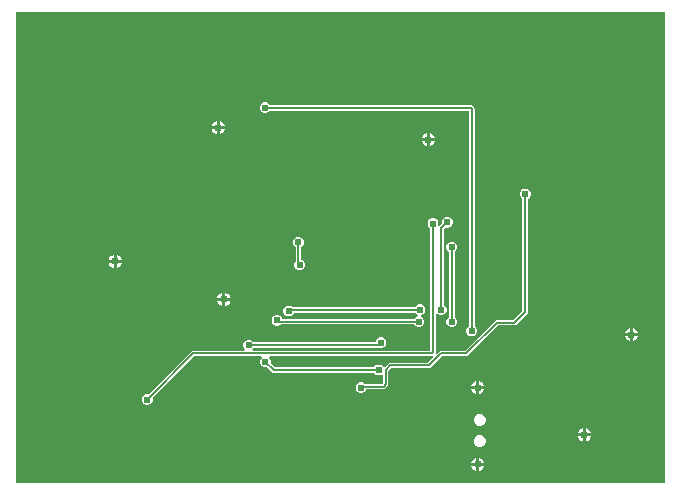
<source format=gbl>
G04*
G04 #@! TF.GenerationSoftware,Altium Limited,Altium Designer,22.9.1 (49)*
G04*
G04 Layer_Physical_Order=2*
G04 Layer_Color=16711680*
%FSLAX44Y44*%
%MOMM*%
G71*
G04*
G04 #@! TF.SameCoordinates,EB67C6D0-91D5-4CF3-8B5F-14A5E2A69FE3*
G04*
G04*
G04 #@! TF.FilePolarity,Positive*
G04*
G01*
G75*
%ADD38C,0.1524*%
%ADD39C,0.6096*%
G36*
X808356Y259144D02*
X259144D01*
Y658356D01*
X808356D01*
Y259144D01*
D02*
G37*
%LPC*%
G36*
X431270Y565522D02*
Y561270D01*
X435522D01*
X434737Y563165D01*
X433165Y564737D01*
X431270Y565522D01*
D02*
G37*
G36*
X428730D02*
X426835Y564737D01*
X425263Y563165D01*
X424478Y561270D01*
X428730D01*
Y565522D01*
D02*
G37*
G36*
X435522Y558730D02*
X431270D01*
Y554478D01*
X433165Y555263D01*
X434737Y556835D01*
X435522Y558730D01*
D02*
G37*
G36*
X428730D02*
X424478D01*
X425263Y556835D01*
X426835Y555263D01*
X428730Y554478D01*
Y558730D01*
D02*
G37*
G36*
X609170Y555522D02*
Y551270D01*
X613422D01*
X612637Y553165D01*
X611065Y554737D01*
X609170Y555522D01*
D02*
G37*
G36*
X606630D02*
X604735Y554737D01*
X603163Y553165D01*
X602378Y551270D01*
X606630D01*
Y555522D01*
D02*
G37*
G36*
X613422Y548730D02*
X609170D01*
Y544478D01*
X611065Y545263D01*
X612637Y546835D01*
X613422Y548730D01*
D02*
G37*
G36*
X606630D02*
X602378D01*
X603163Y546835D01*
X604735Y545263D01*
X606630Y544478D01*
Y548730D01*
D02*
G37*
G36*
X690909Y508572D02*
X689091D01*
X687410Y507876D01*
X686124Y506590D01*
X685428Y504909D01*
Y503091D01*
X686124Y501410D01*
X687410Y500124D01*
X687669Y500017D01*
Y404965D01*
X680035Y397331D01*
X665893D01*
X665001Y397153D01*
X664245Y396648D01*
X638927Y371331D01*
X619000D01*
X618108Y371153D01*
X617352Y370648D01*
X615282Y368579D01*
X614214Y369306D01*
X614331Y369893D01*
Y402407D01*
X615601Y402934D01*
X616410Y402124D01*
X618091Y401428D01*
X619909D01*
X621590Y402124D01*
X622876Y403410D01*
X623572Y405091D01*
Y406909D01*
X622876Y408590D01*
X621590Y409876D01*
X621331Y409983D01*
Y474035D01*
X622831Y475535D01*
X623091Y475428D01*
X624909D01*
X626590Y476124D01*
X627876Y477410D01*
X628572Y479091D01*
Y480909D01*
X627876Y482590D01*
X626590Y483876D01*
X624909Y484572D01*
X623091D01*
X621410Y483876D01*
X620124Y482590D01*
X619428Y480909D01*
Y479091D01*
X619535Y478831D01*
X617352Y476648D01*
X617345Y476637D01*
X616219Y477239D01*
X616572Y478091D01*
Y479909D01*
X615876Y481590D01*
X614590Y482876D01*
X612909Y483572D01*
X611091D01*
X609410Y482876D01*
X608124Y481590D01*
X607428Y479909D01*
Y478091D01*
X608124Y476410D01*
X609410Y475124D01*
X609669Y475017D01*
Y371331D01*
X459593D01*
X459067Y372601D01*
X459876Y373410D01*
X459983Y373669D01*
X566000D01*
X566343Y373737D01*
X567091Y373428D01*
X568909D01*
X570590Y374124D01*
X571876Y375410D01*
X572572Y377091D01*
Y378909D01*
X571876Y380590D01*
X570590Y381876D01*
X568909Y382572D01*
X567091D01*
X565410Y381876D01*
X564124Y380590D01*
X563428Y378909D01*
Y378331D01*
X459983D01*
X459876Y378590D01*
X458590Y379876D01*
X456909Y380572D01*
X455091D01*
X453410Y379876D01*
X452124Y378590D01*
X451428Y376909D01*
Y375091D01*
X452124Y373410D01*
X452934Y372601D01*
X452407Y371331D01*
X409000D01*
X408108Y371153D01*
X407352Y370648D01*
X371169Y334465D01*
X370909Y334572D01*
X369091D01*
X367410Y333876D01*
X366124Y332590D01*
X365428Y330909D01*
Y329091D01*
X366124Y327410D01*
X367410Y326124D01*
X369091Y325428D01*
X370909D01*
X372590Y326124D01*
X373876Y327410D01*
X374572Y329091D01*
Y330909D01*
X374465Y331169D01*
X409965Y366669D01*
X466407D01*
X466933Y365399D01*
X466124Y364590D01*
X465428Y362909D01*
Y361091D01*
X466124Y359410D01*
X467410Y358124D01*
X469091Y357428D01*
X470909D01*
X471169Y357535D01*
X475352Y353352D01*
X476108Y352847D01*
X477000Y352669D01*
X561909D01*
X562017Y352410D01*
X563303Y351124D01*
X564983Y350428D01*
X566802D01*
X568483Y351124D01*
X568496Y351137D01*
X569669Y350651D01*
Y343858D01*
X569142Y343331D01*
X554242D01*
X553590Y343983D01*
X551909Y344679D01*
X550091D01*
X548410Y343983D01*
X547124Y342697D01*
X546428Y341017D01*
Y339198D01*
X547124Y337517D01*
X548410Y336231D01*
X550091Y335535D01*
X551909D01*
X553590Y336231D01*
X554876Y337517D01*
X555353Y338669D01*
X570107D01*
X570999Y338847D01*
X571755Y339352D01*
X573648Y341245D01*
X574153Y342001D01*
X574331Y342893D01*
Y354035D01*
X576965Y356669D01*
X609000D01*
X609892Y356847D01*
X610648Y357352D01*
X619965Y366669D01*
X639893D01*
X640785Y366847D01*
X641541Y367352D01*
X666858Y392669D01*
X681000D01*
X681892Y392847D01*
X682648Y393352D01*
X691648Y402352D01*
X692153Y403108D01*
X692331Y404000D01*
Y500017D01*
X692590Y500124D01*
X693876Y501410D01*
X694572Y503091D01*
Y504909D01*
X693876Y506590D01*
X692590Y507876D01*
X690909Y508572D01*
D02*
G37*
G36*
X344108Y452684D02*
Y448432D01*
X348360D01*
X347575Y450327D01*
X346003Y451899D01*
X344108Y452684D01*
D02*
G37*
G36*
X341568D02*
X339673Y451899D01*
X338101Y450327D01*
X337316Y448432D01*
X341568D01*
Y452684D01*
D02*
G37*
G36*
X348360Y445892D02*
X344108D01*
Y441640D01*
X346003Y442425D01*
X347575Y443997D01*
X348360Y445892D01*
D02*
G37*
G36*
X341568D02*
X337316D01*
X338101Y443997D01*
X339673Y442425D01*
X341568Y441640D01*
Y445892D01*
D02*
G37*
G36*
X498909Y467572D02*
X497091D01*
X495410Y466876D01*
X494124Y465590D01*
X493428Y463909D01*
Y462091D01*
X494124Y460410D01*
X495410Y459124D01*
X495669Y459017D01*
Y447135D01*
X495124Y446590D01*
X494428Y444909D01*
Y443091D01*
X495124Y441410D01*
X496410Y440124D01*
X498091Y439428D01*
X499909D01*
X501590Y440124D01*
X502876Y441410D01*
X503572Y443091D01*
Y444909D01*
X502876Y446590D01*
X501590Y447876D01*
X500331Y448397D01*
Y459017D01*
X500590Y459124D01*
X501876Y460410D01*
X502572Y462091D01*
Y463909D01*
X501876Y465590D01*
X500590Y466876D01*
X498909Y467572D01*
D02*
G37*
G36*
X436270Y420522D02*
Y416270D01*
X440522D01*
X439737Y418165D01*
X438165Y419737D01*
X436270Y420522D01*
D02*
G37*
G36*
X433730D02*
X431835Y419737D01*
X430263Y418165D01*
X429478Y416270D01*
X433730D01*
Y420522D01*
D02*
G37*
G36*
X440522Y413730D02*
X436270D01*
Y409478D01*
X438165Y410263D01*
X439737Y411835D01*
X440522Y413730D01*
D02*
G37*
G36*
X433730D02*
X429478D01*
X430263Y411835D01*
X431835Y410263D01*
X433730Y409478D01*
Y413730D01*
D02*
G37*
G36*
X601909Y410572D02*
X600091D01*
X598410Y409876D01*
X597124Y408590D01*
X597017Y408331D01*
X493135D01*
X492590Y408876D01*
X490909Y409572D01*
X489091D01*
X487410Y408876D01*
X486124Y407590D01*
X485428Y405909D01*
Y404091D01*
X486124Y402410D01*
X487410Y401124D01*
X489091Y400428D01*
X490909D01*
X492590Y401124D01*
X493876Y402410D01*
X494398Y403669D01*
X597017D01*
X597124Y403410D01*
X598410Y402124D01*
X599091Y401842D01*
X599091Y400949D01*
X598965Y400520D01*
X597410Y399876D01*
X596124Y398590D01*
X596017Y398331D01*
X484398D01*
X483876Y399590D01*
X482590Y400876D01*
X480909Y401572D01*
X479091D01*
X477410Y400876D01*
X476124Y399590D01*
X475428Y397909D01*
Y396091D01*
X476124Y394410D01*
X477410Y393124D01*
X479091Y392428D01*
X480909D01*
X482590Y393124D01*
X483135Y393669D01*
X596017D01*
X596124Y393410D01*
X597410Y392124D01*
X599091Y391428D01*
X600909D01*
X602590Y392124D01*
X603876Y393410D01*
X604572Y395091D01*
Y396909D01*
X603876Y398590D01*
X602590Y399876D01*
X601909Y400158D01*
X601909Y401051D01*
X602035Y401480D01*
X603590Y402124D01*
X604876Y403410D01*
X605572Y405091D01*
Y406909D01*
X604876Y408590D01*
X603590Y409876D01*
X601909Y410572D01*
D02*
G37*
G36*
X628909Y463572D02*
X627091D01*
X625410Y462876D01*
X624124Y461590D01*
X623428Y459909D01*
Y458091D01*
X624124Y456410D01*
X625410Y455124D01*
X625669Y455017D01*
Y399983D01*
X625410Y399876D01*
X624124Y398590D01*
X623428Y396909D01*
Y395091D01*
X624124Y393410D01*
X625410Y392124D01*
X627091Y391428D01*
X628909D01*
X630590Y392124D01*
X631876Y393410D01*
X632572Y395091D01*
Y396909D01*
X631876Y398590D01*
X630590Y399876D01*
X630331Y399983D01*
Y455017D01*
X630590Y455124D01*
X631876Y456410D01*
X632572Y458091D01*
Y459909D01*
X631876Y461590D01*
X630590Y462876D01*
X628909Y463572D01*
D02*
G37*
G36*
X781270Y390522D02*
Y386270D01*
X785522D01*
X784737Y388165D01*
X783165Y389737D01*
X781270Y390522D01*
D02*
G37*
G36*
X778730D02*
X776835Y389737D01*
X775263Y388165D01*
X774478Y386270D01*
X778730D01*
Y390522D01*
D02*
G37*
G36*
X470963Y581518D02*
X469144D01*
X467464Y580822D01*
X466178Y579536D01*
X465482Y577856D01*
Y576037D01*
X466178Y574357D01*
X467464Y573070D01*
X469144Y572374D01*
X470963D01*
X472644Y573070D01*
X473930Y574357D01*
X474037Y574616D01*
X642616D01*
Y391983D01*
X642357Y391876D01*
X641070Y390590D01*
X640374Y388909D01*
Y387091D01*
X641070Y385410D01*
X642357Y384124D01*
X644037Y383428D01*
X645856D01*
X647536Y384124D01*
X648822Y385410D01*
X649518Y387091D01*
Y388909D01*
X648822Y390590D01*
X647536Y391876D01*
X647277Y391983D01*
Y576054D01*
X647100Y576946D01*
X646594Y577702D01*
X645702Y578595D01*
X644946Y579100D01*
X644054Y579277D01*
X474037D01*
X473930Y579536D01*
X472644Y580822D01*
X470963Y581518D01*
D02*
G37*
G36*
X785522Y383730D02*
X781270D01*
Y379478D01*
X783165Y380263D01*
X784737Y381835D01*
X785522Y383730D01*
D02*
G37*
G36*
X778730D02*
X774478D01*
X775263Y381835D01*
X776835Y380263D01*
X778730Y379478D01*
Y383730D01*
D02*
G37*
G36*
X651270Y345522D02*
Y341270D01*
X655522D01*
X654737Y343165D01*
X653165Y344737D01*
X651270Y345522D01*
D02*
G37*
G36*
X648730D02*
X646835Y344737D01*
X645263Y343165D01*
X644478Y341270D01*
X648730D01*
Y345522D01*
D02*
G37*
G36*
X655522Y338730D02*
X651270D01*
Y334478D01*
X653165Y335263D01*
X654737Y336835D01*
X655522Y338730D01*
D02*
G37*
G36*
X648730D02*
X644478D01*
X645263Y336835D01*
X646835Y335263D01*
X648730Y334478D01*
Y338730D01*
D02*
G37*
G36*
X652499Y317774D02*
X650501D01*
X648654Y317009D01*
X647241Y315596D01*
X646476Y313749D01*
Y311751D01*
X647241Y309904D01*
X648654Y308491D01*
X650501Y307726D01*
X652499D01*
X654346Y308491D01*
X655759Y309904D01*
X656524Y311751D01*
Y313749D01*
X655759Y315596D01*
X654346Y317009D01*
X652499Y317774D01*
D02*
G37*
G36*
X741270Y305522D02*
Y301270D01*
X745522D01*
X744737Y303165D01*
X743165Y304737D01*
X741270Y305522D01*
D02*
G37*
G36*
X738730D02*
X736835Y304737D01*
X735263Y303165D01*
X734478Y301270D01*
X738730D01*
Y305522D01*
D02*
G37*
G36*
X745522Y298730D02*
X741270D01*
Y294478D01*
X743165Y295263D01*
X744737Y296835D01*
X745522Y298730D01*
D02*
G37*
G36*
X738730D02*
X734478D01*
X735263Y296835D01*
X736835Y295263D01*
X738730Y294478D01*
Y298730D01*
D02*
G37*
G36*
X652499Y299774D02*
X650501D01*
X648654Y299009D01*
X647241Y297596D01*
X646476Y295749D01*
Y293751D01*
X647241Y291904D01*
X648654Y290491D01*
X650501Y289726D01*
X652499D01*
X654346Y290491D01*
X655759Y291904D01*
X656524Y293751D01*
Y295749D01*
X655759Y297596D01*
X654346Y299009D01*
X652499Y299774D01*
D02*
G37*
G36*
X651270Y280522D02*
Y276270D01*
X655522D01*
X654737Y278165D01*
X653165Y279737D01*
X651270Y280522D01*
D02*
G37*
G36*
X648730D02*
X646835Y279737D01*
X645263Y278165D01*
X644478Y276270D01*
X648730D01*
Y280522D01*
D02*
G37*
G36*
X655522Y273730D02*
X651270D01*
Y269478D01*
X653165Y270263D01*
X654737Y271835D01*
X655522Y273730D01*
D02*
G37*
G36*
X648730D02*
X644478D01*
X645263Y271835D01*
X646835Y270263D01*
X648730Y269478D01*
Y273730D01*
D02*
G37*
%LPD*%
G36*
X612421Y365718D02*
X608035Y361331D01*
X576000D01*
X575108Y361153D01*
X574352Y360648D01*
X571187Y357484D01*
X569769Y357590D01*
X568483Y358876D01*
X566802Y359572D01*
X564983D01*
X563303Y358876D01*
X562017Y357590D01*
X561909Y357331D01*
X477966D01*
X474465Y360831D01*
X474572Y361091D01*
Y362909D01*
X473876Y364590D01*
X473067Y365399D01*
X473593Y366669D01*
X611107D01*
X611694Y366786D01*
X612421Y365718D01*
D02*
G37*
D38*
X409000Y369000D02*
X611107D01*
X370000Y330000D02*
X409000Y369000D01*
X551893Y341000D02*
X570107D01*
X551000Y340107D02*
X551893Y341000D01*
X570107D02*
X572000Y342893D01*
Y355000D01*
X576000Y359000D01*
X609000D01*
X619000Y369000D01*
X639893D01*
X612000Y369893D02*
Y479000D01*
X611107Y369000D02*
X612000Y369893D01*
X665893Y395000D02*
X681000D01*
X639893Y369000D02*
X665893Y395000D01*
X681000D02*
X690000Y404000D01*
Y504000D01*
X566000Y376000D02*
X568000Y378000D01*
X456000Y376000D02*
X566000D01*
X470054Y576946D02*
X644054D01*
X644946Y576054D01*
Y388000D02*
Y576054D01*
X480000Y397000D02*
X481000Y396000D01*
X600000D01*
X470000Y362000D02*
X477000Y355000D01*
X565893D01*
X628000Y396000D02*
Y459000D01*
X619000Y406000D02*
Y475000D01*
X624000Y480000D01*
X491000Y406000D02*
X601000D01*
X490000Y405000D02*
X491000Y406000D01*
X498000Y445000D02*
Y463000D01*
Y445000D02*
X499000Y444000D01*
D39*
X435000Y415000D02*
D03*
X650000Y340000D02*
D03*
Y275000D02*
D03*
X607900Y550000D02*
D03*
X430000Y560000D02*
D03*
X342838Y447162D02*
D03*
X780000Y385000D02*
D03*
X740000Y300000D02*
D03*
X551000Y340107D02*
D03*
X690000Y504000D02*
D03*
X568000Y378000D02*
D03*
X470054Y576946D02*
D03*
X644946Y388000D02*
D03*
X480000Y397000D02*
D03*
X600000Y396000D02*
D03*
X565893Y355000D02*
D03*
X628000Y396000D02*
D03*
Y459000D02*
D03*
X490000Y405000D02*
D03*
X456000Y376000D02*
D03*
X601000Y406000D02*
D03*
X619000D02*
D03*
X624000Y480000D02*
D03*
X612000Y479000D02*
D03*
X370000Y330000D02*
D03*
X470000Y362000D02*
D03*
X499000Y444000D02*
D03*
X498000Y463000D02*
D03*
M02*

</source>
